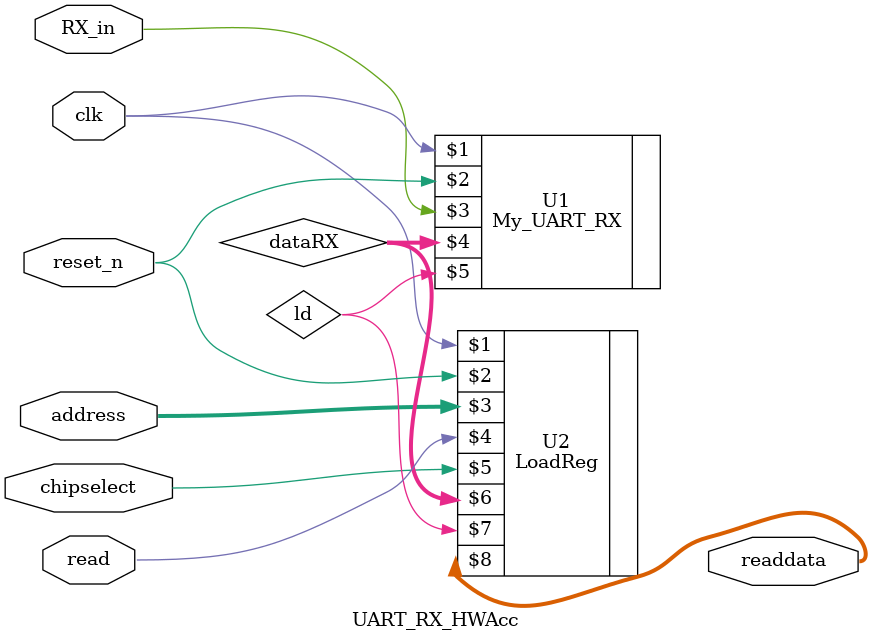
<source format=v>
module UART_RX_HWAcc(
	input clk,
	input reset_n,
	input [1:0] address,
	input read,
	input chipselect,
	input RX_in,
	output reg [31:0] readdata
);

wire ld;
wire [8:0] dataRX;

My_UART_RX U1(clk, reset_n, RX_in, dataRX, ld);
LoadReg U2(clk, reset_n, address, read, chipselect, dataRX, ld, readdata);

endmodule
</source>
